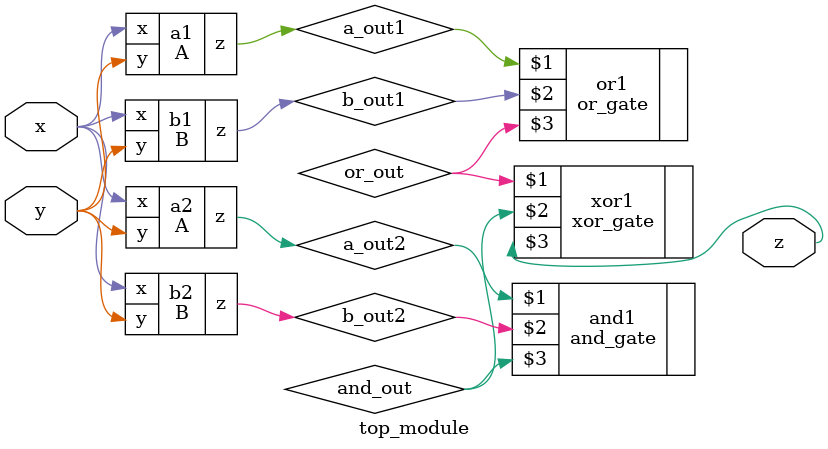
<source format=sv>
module A(
	input x,
	input y,
	output z);
	
	assign z = (x ^ y) & x;
endmodule
module B(
	input x,
	input y,
	output z);
	
	assign z = (x & ~y) | (y & ~x);
endmodule
module top_module(
	input x,
	input y,
	output z);
	
	A a1(x, y, a_out1);
	B b1(x, y, b_out1);
	A a2(x, y, a_out2);
	B b2(x, y, b_out2);

	or_gate or1(a_out1, b_out1, or_out);
	and_gate and1(a_out2, b_out2, and_out);
	xor_gate xor1(or_out, and_out, z);
	
endmodule

</source>
